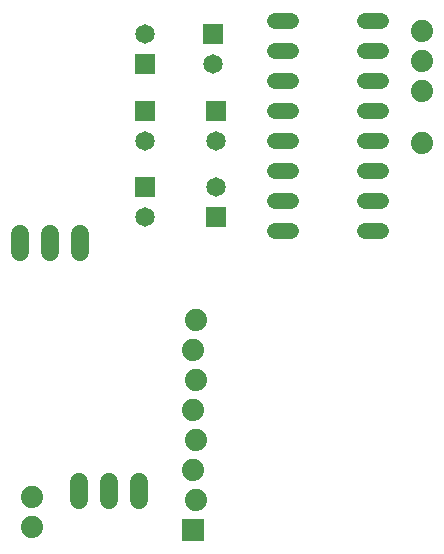
<source format=gtl>
G75*
%MOIN*%
%OFA0B0*%
%FSLAX24Y24*%
%IPPOS*%
%LPD*%
%AMOC8*
5,1,8,0,0,1.08239X$1,22.5*
%
%ADD10C,0.0520*%
%ADD11R,0.0650X0.0650*%
%ADD12C,0.0650*%
%ADD13C,0.0740*%
%ADD14C,0.0600*%
%ADD15R,0.0740X0.0740*%
D10*
X009837Y011444D02*
X010357Y011444D01*
X010357Y012444D02*
X009837Y012444D01*
X009837Y013444D02*
X010357Y013444D01*
X010357Y014444D02*
X009837Y014444D01*
X009837Y015444D02*
X010357Y015444D01*
X010357Y016444D02*
X009837Y016444D01*
X009837Y017444D02*
X010357Y017444D01*
X010357Y018444D02*
X009837Y018444D01*
X012837Y018444D02*
X013357Y018444D01*
X013357Y017444D02*
X012837Y017444D01*
X012837Y016444D02*
X013357Y016444D01*
X013357Y015444D02*
X012837Y015444D01*
X012837Y014444D02*
X013357Y014444D01*
X013357Y013444D02*
X012837Y013444D01*
X012837Y012444D02*
X013357Y012444D01*
X013357Y011444D02*
X012837Y011444D01*
D11*
X007857Y011885D03*
X005495Y012885D03*
X005495Y015444D03*
X005495Y017003D03*
X007786Y017995D03*
X007857Y015444D03*
D12*
X007857Y014444D03*
X007857Y012885D03*
X005495Y011885D03*
X005495Y014444D03*
X007786Y016995D03*
X005495Y018003D03*
D13*
X001755Y001558D03*
X001755Y002558D03*
X007114Y003471D03*
X007214Y002471D03*
X007214Y004471D03*
X007114Y005471D03*
X007214Y006471D03*
X007114Y007471D03*
X007214Y008471D03*
X014747Y014353D03*
X014747Y016093D03*
X014747Y017093D03*
X014747Y018093D03*
D14*
X003326Y011323D02*
X003326Y010723D01*
X002326Y010723D02*
X002326Y011323D01*
X001326Y011323D02*
X001326Y010723D01*
X003322Y003055D02*
X003322Y002455D01*
X004322Y002455D02*
X004322Y003055D01*
X005322Y003055D02*
X005322Y002455D01*
D15*
X007114Y001471D03*
M02*

</source>
